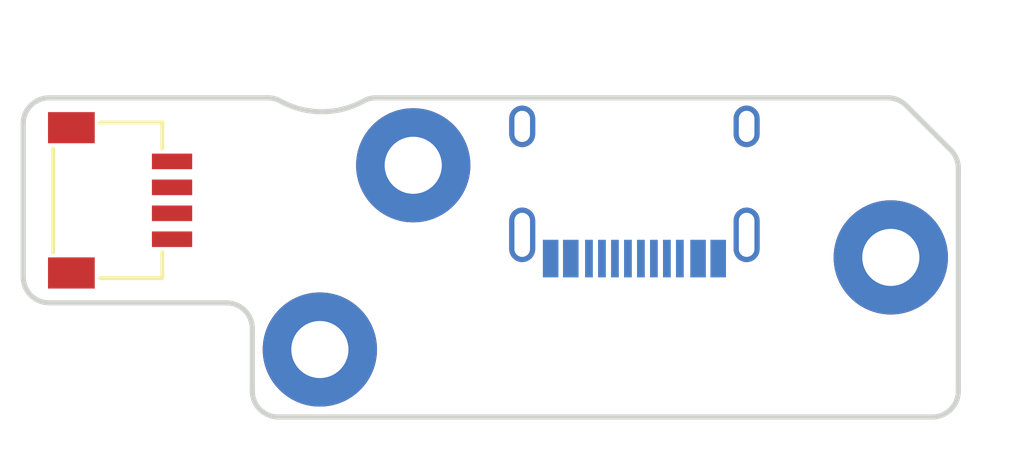
<source format=kicad_pcb>
(kicad_pcb (version 20171130) (host pcbnew "(5.1.10)-1")

  (general
    (thickness 1.6)
    (drawings 18)
    (tracks 0)
    (zones 0)
    (modules 5)
    (nets 2)
  )

  (page A4)
  (layers
    (0 F.Cu signal)
    (31 B.Cu signal)
    (32 B.Adhes user)
    (33 F.Adhes user)
    (34 B.Paste user)
    (35 F.Paste user)
    (36 B.SilkS user)
    (37 F.SilkS user)
    (38 B.Mask user)
    (39 F.Mask user)
    (40 Dwgs.User user)
    (41 Cmts.User user)
    (42 Eco1.User user)
    (43 Eco2.User user)
    (44 Edge.Cuts user)
    (45 Margin user)
    (46 B.CrtYd user)
    (47 F.CrtYd user)
    (48 B.Fab user)
    (49 F.Fab user)
  )

  (setup
    (last_trace_width 0.25)
    (user_trace_width 0.2)
    (user_trace_width 0.4)
    (trace_clearance 0.2)
    (zone_clearance 0.25)
    (zone_45_only no)
    (trace_min 0)
    (via_size 0.8)
    (via_drill 0.4)
    (via_min_size 0.4)
    (via_min_drill 0.3)
    (user_via 0.6 0.3)
    (user_via 0.8 0.4)
    (uvia_size 0.3)
    (uvia_drill 0.1)
    (uvias_allowed no)
    (uvia_min_size 0.2)
    (uvia_min_drill 0.1)
    (edge_width 0.05)
    (segment_width 0.2)
    (pcb_text_width 0.3)
    (pcb_text_size 1.5 1.5)
    (mod_edge_width 0.12)
    (mod_text_size 1 1)
    (mod_text_width 0.15)
    (pad_size 4.4 4.4)
    (pad_drill 2.2)
    (pad_to_mask_clearance 0)
    (aux_axis_origin 0 0)
    (grid_origin 60.778469 49.60625)
    (visible_elements 7FFFFFFF)
    (pcbplotparams
      (layerselection 0x010fc_ffffffff)
      (usegerberextensions false)
      (usegerberattributes true)
      (usegerberadvancedattributes true)
      (creategerberjobfile true)
      (excludeedgelayer true)
      (linewidth 0.100000)
      (plotframeref false)
      (viasonmask false)
      (mode 1)
      (useauxorigin false)
      (hpglpennumber 1)
      (hpglpenspeed 20)
      (hpglpendiameter 15.000000)
      (psnegative false)
      (psa4output false)
      (plotreference true)
      (plotvalue true)
      (plotinvisibletext false)
      (padsonsilk false)
      (subtractmaskfromsilk false)
      (outputformat 1)
      (mirror false)
      (drillshape 1)
      (scaleselection 1)
      (outputdirectory ""))
  )

  (net 0 "")
  (net 1 "Net-(USB1-Pad13)")

  (net_class Default "This is the default net class."
    (clearance 0.2)
    (trace_width 0.25)
    (via_dia 0.8)
    (via_drill 0.4)
    (uvia_dia 0.3)
    (uvia_drill 0.1)
    (add_net "Net-(USB1-Pad13)")
  )

  (module sanproject-keyboard-part:JST-SR-4 (layer F.Cu) (tedit 5C919B1C) (tstamp 627D0815)
    (at 46.71875 50.95625 270)
    (path /627D15B1)
    (fp_text reference J1 (at 0 -6.5 90) (layer F.Fab)
      (effects (font (size 1 1) (thickness 0.15)))
    )
    (fp_text value Conn_01x04_Female (at 0 1 90) (layer F.Fab)
      (effects (font (size 1 1) (thickness 0.15)))
    )
    (fp_line (start 3 -0.2) (end -3 -0.2) (layer B.CrtYd) (width 0.15))
    (fp_line (start -3 -0.2) (end -3 -4.4) (layer B.CrtYd) (width 0.15))
    (fp_line (start -3 -4.4) (end 3 -4.4) (layer B.CrtYd) (width 0.15))
    (fp_line (start 3 -4.4) (end 3 -0.2) (layer B.CrtYd) (width 0.15))
    (fp_line (start 2 -4.4) (end 3 -4.4) (layer F.SilkS) (width 0.15))
    (fp_line (start 3 -4.4) (end 3 -2) (layer F.SilkS) (width 0.15))
    (fp_line (start 2 -0.2) (end -2 -0.2) (layer F.SilkS) (width 0.15))
    (fp_line (start -3 -2) (end -3 -4.4) (layer F.SilkS) (width 0.15))
    (fp_line (start -3 -4.4) (end -2 -4.4) (layer F.SilkS) (width 0.15))
    (pad "" smd rect (at 2.8 -0.9 270) (size 1.2 1.8) (layers F.Cu F.Paste F.Mask))
    (pad "" smd rect (at -2.8 -0.9 270) (size 1.2 1.8) (layers F.Cu F.Paste F.Mask))
    (pad 1 smd rect (at -1.5 -4.775 270) (size 0.6 1.55) (layers F.Cu F.Paste F.Mask))
    (pad 2 smd rect (at -0.5 -4.775 270) (size 0.6 1.55) (layers F.Cu F.Paste F.Mask))
    (pad 4 smd rect (at 1.5 -4.775 270) (size 0.6 1.55) (layers F.Cu F.Paste F.Mask))
    (pad 3 smd rect (at 0.5 -4.775 270) (size 0.6 1.55) (layers F.Cu F.Paste F.Mask))
    (model ${MXCOMP}/AlexandriaLibrary-master/3d_models/SM04B-SRSS-TB.STEP
      (offset (xyz 0 4 -0.4))
      (scale (xyz 1 1 1))
      (rotate (xyz -90 0 0))
    )
  )

  (module MountingHole:MountingHole_2.2mm_M2_Pad (layer F.Cu) (tedit 627D03F6) (tstamp 62754B5A)
    (at 60.778469 49.60625 180)
    (descr "Mounting Hole 2.2mm, M2")
    (tags "mounting hole 2.2mm m2")
    (path /62688381)
    (attr virtual)
    (fp_text reference H1 (at 0 -3.2) (layer F.Fab)
      (effects (font (size 1 1) (thickness 0.15)))
    )
    (fp_text value MountingHole (at 0 3.2) (layer F.Fab)
      (effects (font (size 1 1) (thickness 0.15)))
    )
    (fp_circle (center 0 0) (end 2.2 0) (layer Cmts.User) (width 0.15))
    (fp_circle (center 0 0) (end 2.45 0) (layer F.CrtYd) (width 0.05))
    (fp_text user %R (at 0.3 0) (layer F.Fab)
      (effects (font (size 1 1) (thickness 0.15)))
    )
    (pad 1 thru_hole circle (at 0 0 180) (size 4.4 4.4) (drill 2.2) (layers *.Cu *.Mask))
  )

  (module sanproject-keyboard-part:HRO-TYPE-C-31-M-12-Assembly (layer B.Cu) (tedit 615202D9) (tstamp 62754B94)
    (at 69.29375 45.50625)
    (path /6274660F)
    (fp_text reference USB1 (at 0 9.25) (layer B.Fab)
      (effects (font (size 1 1) (thickness 0.15)) (justify mirror))
    )
    (fp_text value HRO-TYPE-C-31-M-12-Type-C (at 0 -1.15) (layer Dwgs.User)
      (effects (font (size 1 1) (thickness 0.15)))
    )
    (fp_line (start 3.75 8.5) (end 3.75 7.5) (layer B.CrtYd) (width 0.15))
    (fp_line (start -3.75 8.5) (end 3.75 8.5) (layer B.CrtYd) (width 0.15))
    (fp_line (start -3.75 7.5) (end -3.75 8.5) (layer B.CrtYd) (width 0.15))
    (fp_line (start -4.5 0) (end -4.5 7.5) (layer B.CrtYd) (width 0.15))
    (fp_line (start 4.5 0) (end -4.5 0) (layer B.CrtYd) (width 0.15))
    (fp_line (start 4.5 7.5) (end 4.5 0) (layer B.CrtYd) (width 0.15))
    (fp_line (start -4.5 7.5) (end 4.5 7.5) (layer B.CrtYd) (width 0.15))
    (fp_line (start -4.47 0) (end 4.47 0) (layer Dwgs.User) (width 0.15))
    (fp_line (start -4.47 0) (end -4.47 7.3) (layer Dwgs.User) (width 0.15))
    (fp_line (start 4.47 0) (end 4.47 7.3) (layer Dwgs.User) (width 0.15))
    (fp_line (start -4.47 7.3) (end 4.47 7.3) (layer Dwgs.User) (width 0.15))
    (fp_text user %R (at 0 9.25) (layer B.Fab)
      (effects (font (size 1 1) (thickness 0.15)) (justify mirror))
    )
    (pad 13 thru_hole oval (at 4.32 2.6) (size 1 1.6) (drill oval 0.6 1.2) (layers *.Cu *.Mask)
      (net 1 "Net-(USB1-Pad13)"))
    (pad 13 thru_hole oval (at -4.32 2.6) (size 1 1.6) (drill oval 0.6 1.2) (layers *.Cu *.Mask)
      (net 1 "Net-(USB1-Pad13)"))
    (pad 13 thru_hole oval (at 4.32 6.78) (size 1 2.1) (drill oval 0.6 1.7) (layers *.Cu *.Mask)
      (net 1 "Net-(USB1-Pad13)"))
    (pad 13 thru_hole oval (at -4.32 6.78) (size 1 2.1) (drill oval 0.6 1.7) (layers *.Cu *.Mask)
      (net 1 "Net-(USB1-Pad13)"))
    (pad "" np_thru_hole circle (at -2.89 6.25) (size 0.65 0.65) (drill 0.65) (layers *.Cu *.Mask))
    (pad "" np_thru_hole circle (at 2.89 6.25) (size 0.65 0.65) (drill 0.65) (layers *.Cu *.Mask))
    (pad 6 smd rect (at -0.25 7.695) (size 0.3 1.45) (layers B.Cu B.Paste B.Mask))
    (pad 7 smd rect (at 0.25 7.695) (size 0.3 1.45) (layers B.Cu B.Paste B.Mask))
    (pad 8 smd rect (at 0.75 7.695) (size 0.3 1.45) (layers B.Cu B.Paste B.Mask))
    (pad 5 smd rect (at -0.75 7.695) (size 0.3 1.45) (layers B.Cu B.Paste B.Mask))
    (pad 9 smd rect (at 1.25 7.695) (size 0.3 1.45) (layers B.Cu B.Paste B.Mask))
    (pad 4 smd rect (at -1.25 7.695) (size 0.3 1.45) (layers B.Cu B.Paste B.Mask))
    (pad 10 smd rect (at 1.75 7.695) (size 0.3 1.45) (layers B.Cu B.Paste B.Mask))
    (pad 3 smd rect (at -1.75 7.695) (size 0.3 1.45) (layers B.Cu B.Paste B.Mask))
    (pad 2 smd rect (at -2.45 7.695) (size 0.6 1.45) (layers B.Cu B.Paste B.Mask))
    (pad 11 smd rect (at 2.45 7.695) (size 0.6 1.45) (layers B.Cu B.Paste B.Mask))
    (pad 1 smd rect (at -3.225 7.695) (size 0.6 1.45) (layers B.Cu B.Paste B.Mask))
    (pad 12 smd rect (at 3.225 7.695) (size 0.6 1.45) (layers B.Cu B.Paste B.Mask))
    (model ${MXCOMP}/AlexandriaLibrary-master/3d_models/TYPE-C-31-M-12.step
      (offset (xyz -4.5 0 0))
      (scale (xyz 1 1 1))
      (rotate (xyz -90 0 0))
    )
  )

  (module MountingHole:MountingHole_2.2mm_M2_Pad (layer F.Cu) (tedit 627D03FC) (tstamp 62754B6A)
    (at 79.16375 53.15625 180)
    (descr "Mounting Hole 2.2mm, M2")
    (tags "mounting hole 2.2mm m2")
    (path /62688DD5)
    (attr virtual)
    (fp_text reference H3 (at 0 -3.2) (layer F.Fab)
      (effects (font (size 1 1) (thickness 0.15)))
    )
    (fp_text value MountingHole (at 0 3.2) (layer F.Fab)
      (effects (font (size 1 1) (thickness 0.15)))
    )
    (fp_circle (center 0 0) (end 2.45 0) (layer F.CrtYd) (width 0.05))
    (fp_circle (center 0 0) (end 2.2 0) (layer Cmts.User) (width 0.15))
    (fp_text user %R (at 0.3 0) (layer F.Fab)
      (effects (font (size 1 1) (thickness 0.15)))
    )
    (pad 1 thru_hole circle (at 0 0 180) (size 4.4 4.4) (drill 2.2) (layers *.Cu *.Mask))
  )

  (module MountingHole:MountingHole_2.2mm_M2_Pad (layer F.Cu) (tedit 627D03F2) (tstamp 62754B62)
    (at 57.184479 56.70625 180)
    (descr "Mounting Hole 2.2mm, M2")
    (tags "mounting hole 2.2mm m2")
    (path /626889F8)
    (attr virtual)
    (fp_text reference H2 (at 0 -3.2) (layer F.Fab)
      (effects (font (size 1 1) (thickness 0.15)))
    )
    (fp_text value MountingHole (at 0 3.2) (layer F.Fab)
      (effects (font (size 1 1) (thickness 0.15)))
    )
    (fp_circle (center 0 0) (end 2.45 0) (layer F.CrtYd) (width 0.05))
    (fp_circle (center 0 0) (end 2.2 0) (layer Cmts.User) (width 0.15))
    (fp_text user %R (at 0.3 0) (layer F.Fab)
      (effects (font (size 1 1) (thickness 0.15)))
    )
    (pad 1 thru_hole circle (at 0 0 180) (size 4.4 4.4) (drill 2.2) (layers *.Cu *.Mask))
  )

  (gr_arc (start 80.76375 58.30625) (end 80.76375 59.30625) (angle -90) (layer Edge.Cuts) (width 0.2) (tstamp 627D0511))
  (gr_arc (start 46.76375 48.00625) (end 46.76375 47.00625) (angle -90) (layer Edge.Cuts) (width 0.2) (tstamp 627D0510))
  (gr_arc (start 79.04711 48.00625) (end 79.754216 47.299143) (angle -45) (layer Edge.Cuts) (width 0.2) (tstamp 627D050F))
  (gr_arc (start 55.584479 58.30625) (end 54.584479 58.30625) (angle -90) (layer Edge.Cuts) (width 0.2) (tstamp 627D050E))
  (gr_line (start 79.04711 47.00625) (end 59.342254 47.00625) (layer Edge.Cuts) (width 0.2) (tstamp 627D050D))
  (gr_arc (start 46.76375 53.90625) (end 45.76375 53.90625) (angle -90) (layer Edge.Cuts) (width 0.2) (tstamp 627D050B))
  (gr_line (start 45.76375 48.00625) (end 45.76375 53.90625) (layer Edge.Cuts) (width 0.2) (tstamp 627D050A))
  (gr_line (start 46.76375 54.90625) (end 53.584479 54.90625) (layer Edge.Cuts) (width 0.2) (tstamp 627D0509))
  (gr_line (start 55.185246 47.00625) (end 46.76375 47.00625) (layer Edge.Cuts) (width 0.2) (tstamp 627D0508))
  (gr_arc (start 55.185246 48.00625) (end 55.668619 47.130836) (angle -28.9059331) (layer Edge.Cuts) (width 0.2) (tstamp 627D0507))
  (gr_arc (start 57.26375 44.241968) (end 55.668619 47.130836) (angle -57.8118662) (layer Edge.Cuts) (width 0.2) (tstamp 627D0506))
  (gr_arc (start 59.342254 48.00625) (end 59.342254 47.00625) (angle -28.9059331) (layer Edge.Cuts) (width 0.2) (tstamp 627D0505))
  (gr_line (start 81.470857 49.015784) (end 79.754216 47.299143) (layer Edge.Cuts) (width 0.2) (tstamp 627D0504))
  (gr_line (start 54.584479 55.90625) (end 54.584479 58.30625) (layer Edge.Cuts) (width 0.2) (tstamp 627D0503))
  (gr_arc (start 53.584479 55.90625) (end 54.584479 55.90625) (angle -90) (layer Edge.Cuts) (width 0.2) (tstamp 627D0502))
  (gr_line (start 55.584479 59.30625) (end 80.76375 59.30625) (layer Edge.Cuts) (width 0.2) (tstamp 627D0501))
  (gr_arc (start 80.76375 49.722891) (end 81.76375 49.722891) (angle -45) (layer Edge.Cuts) (width 0.2) (tstamp 627D0500))
  (gr_line (start 81.76375 58.30625) (end 81.76375 49.722891) (layer Edge.Cuts) (width 0.2) (tstamp 627D04FF))

)

</source>
